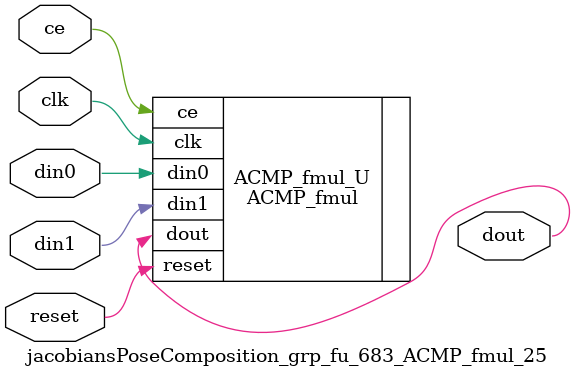
<source format=v>

`timescale 1 ns / 1 ps
module jacobiansPoseComposition_grp_fu_683_ACMP_fmul_25(
    clk,
    reset,
    ce,
    din0,
    din1,
    dout);

parameter ID = 32'd1;
parameter NUM_STAGE = 32'd1;
parameter din0_WIDTH = 32'd1;
parameter din1_WIDTH = 32'd1;
parameter dout_WIDTH = 32'd1;
input clk;
input reset;
input ce;
input[din0_WIDTH - 1:0] din0;
input[din1_WIDTH - 1:0] din1;
output[dout_WIDTH - 1:0] dout;



ACMP_fmul #(
.ID( ID ),
.NUM_STAGE( 4 ),
.din0_WIDTH( din0_WIDTH ),
.din1_WIDTH( din1_WIDTH ),
.dout_WIDTH( dout_WIDTH ))
ACMP_fmul_U(
    .clk( clk ),
    .reset( reset ),
    .ce( ce ),
    .din0( din0 ),
    .din1( din1 ),
    .dout( dout ));

endmodule

</source>
